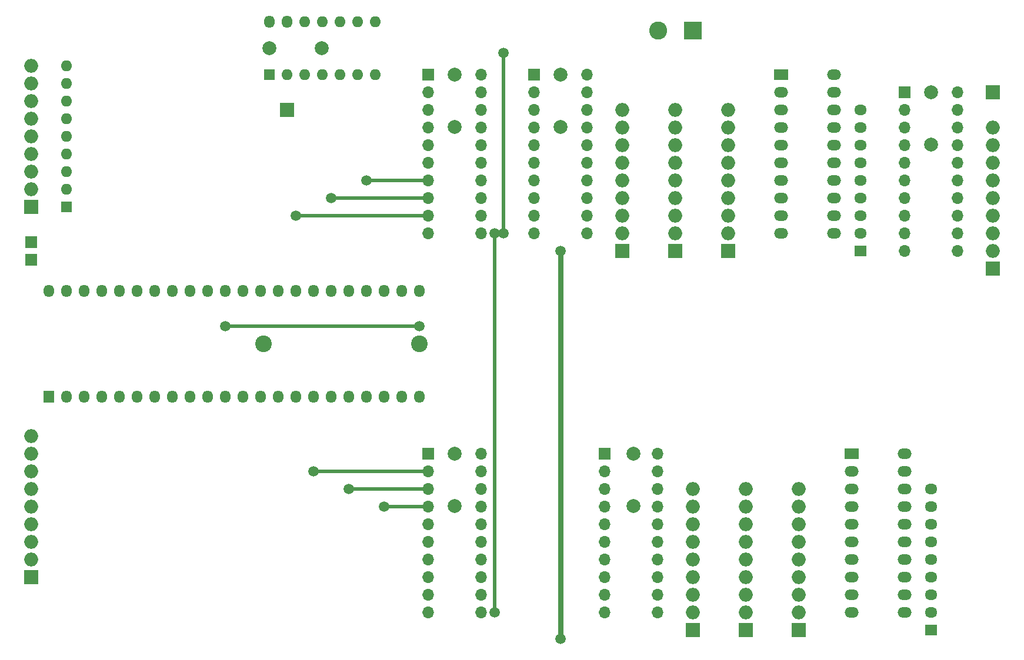
<source format=gbr>
%TF.GenerationSoftware,KiCad,Pcbnew,(5.1.8)-1*%
%TF.CreationDate,2024-08-14T23:24:58+03:00*%
%TF.ProjectId,ROM,524f4d2e-6b69-4636-9164-5f7063625858,rev?*%
%TF.SameCoordinates,Original*%
%TF.FileFunction,Copper,L1,Top*%
%TF.FilePolarity,Positive*%
%FSLAX46Y46*%
G04 Gerber Fmt 4.6, Leading zero omitted, Abs format (unit mm)*
G04 Created by KiCad (PCBNEW (5.1.8)-1) date 2024-08-14 23:24:58*
%MOMM*%
%LPD*%
G01*
G04 APERTURE LIST*
%TA.AperFunction,ComponentPad*%
%ADD10C,2.000000*%
%TD*%
%TA.AperFunction,ComponentPad*%
%ADD11C,2.400000*%
%TD*%
%TA.AperFunction,ComponentPad*%
%ADD12R,1.700000X1.700000*%
%TD*%
%TA.AperFunction,ComponentPad*%
%ADD13O,2.000000X2.000000*%
%TD*%
%TA.AperFunction,ComponentPad*%
%ADD14R,2.000000X2.000000*%
%TD*%
%TA.AperFunction,ComponentPad*%
%ADD15O,1.800000X1.500000*%
%TD*%
%TA.AperFunction,ComponentPad*%
%ADD16R,1.800000X1.500000*%
%TD*%
%TA.AperFunction,ComponentPad*%
%ADD17O,2.000000X1.500000*%
%TD*%
%TA.AperFunction,ComponentPad*%
%ADD18R,2.000000X1.500000*%
%TD*%
%TA.AperFunction,ComponentPad*%
%ADD19O,1.600000X1.600000*%
%TD*%
%TA.AperFunction,ComponentPad*%
%ADD20R,1.600000X1.600000*%
%TD*%
%TA.AperFunction,ComponentPad*%
%ADD21O,1.500000X1.800000*%
%TD*%
%TA.AperFunction,ComponentPad*%
%ADD22R,1.500000X1.800000*%
%TD*%
%TA.AperFunction,ComponentPad*%
%ADD23C,2.600000*%
%TD*%
%TA.AperFunction,ComponentPad*%
%ADD24R,2.600000X2.600000*%
%TD*%
%TA.AperFunction,ComponentPad*%
%ADD25O,1.700000X1.700000*%
%TD*%
%TA.AperFunction,ViaPad*%
%ADD26C,1.500000*%
%TD*%
%TA.AperFunction,Conductor*%
%ADD27C,0.800000*%
%TD*%
%TA.AperFunction,Conductor*%
%ADD28C,0.500000*%
%TD*%
G04 APERTURE END LIST*
D10*
%TO.P,C7,2*%
%TO.N,GND*%
X143510000Y-36710000D03*
%TO.P,C7,1*%
%TO.N,VCC*%
X143510000Y-29210000D03*
%TD*%
%TO.P,C6,2*%
%TO.N,GND*%
X55760000Y-22860000D03*
%TO.P,C6,1*%
%TO.N,VCC*%
X48260000Y-22860000D03*
%TD*%
%TO.P,C5,2*%
%TO.N,GND*%
X100647500Y-88780000D03*
%TO.P,C5,1*%
%TO.N,VCC*%
X100647500Y-81280000D03*
%TD*%
%TO.P,C4,2*%
%TO.N,GND*%
X90170000Y-34170000D03*
%TO.P,C4,1*%
%TO.N,VCC*%
X90170000Y-26670000D03*
%TD*%
%TO.P,C3,2*%
%TO.N,GND*%
X74930000Y-34170000D03*
%TO.P,C3,1*%
%TO.N,VCC*%
X74930000Y-26670000D03*
%TD*%
%TO.P,C2,2*%
%TO.N,GND*%
X74930000Y-88780000D03*
%TO.P,C2,1*%
%TO.N,VCC*%
X74930000Y-81280000D03*
%TD*%
D11*
%TO.P,C1,2*%
%TO.N,GND*%
X47350000Y-65405000D03*
%TO.P,C1,1*%
%TO.N,VCC*%
X69850000Y-65405000D03*
%TD*%
D12*
%TO.P,J14,1*%
%TO.N,GND*%
X13970000Y-50800000D03*
%TD*%
D13*
%TO.P,J13,9*%
%TO.N,/CNST7*%
X114300000Y-31750000D03*
%TO.P,J13,8*%
%TO.N,/CNST6*%
X114300000Y-34290000D03*
%TO.P,J13,7*%
%TO.N,/CNST5*%
X114300000Y-36830000D03*
%TO.P,J13,6*%
%TO.N,/CNST4*%
X114300000Y-39370000D03*
%TO.P,J13,5*%
%TO.N,/CNST3*%
X114300000Y-41910000D03*
%TO.P,J13,4*%
%TO.N,/CNST2*%
X114300000Y-44450000D03*
%TO.P,J13,3*%
%TO.N,/CNST1*%
X114300000Y-46990000D03*
%TO.P,J13,2*%
%TO.N,/CNST0*%
X114300000Y-49530000D03*
D14*
%TO.P,J13,1*%
%TO.N,GND*%
X114300000Y-52070000D03*
%TD*%
D15*
%TO.P,RN3,9*%
%TO.N,Net-(BAR2-Pad18)*%
X133350000Y-31750000D03*
%TO.P,RN3,8*%
%TO.N,Net-(BAR2-Pad17)*%
X133350000Y-34290000D03*
%TO.P,RN3,7*%
%TO.N,Net-(BAR2-Pad16)*%
X133350000Y-36830000D03*
%TO.P,RN3,6*%
%TO.N,Net-(BAR2-Pad15)*%
X133350000Y-39370000D03*
%TO.P,RN3,5*%
%TO.N,Net-(BAR2-Pad14)*%
X133350000Y-41910000D03*
%TO.P,RN3,4*%
%TO.N,Net-(BAR2-Pad13)*%
X133350000Y-44450000D03*
%TO.P,RN3,3*%
%TO.N,Net-(BAR2-Pad12)*%
X133350000Y-46990000D03*
%TO.P,RN3,2*%
%TO.N,Net-(BAR2-Pad11)*%
X133350000Y-49530000D03*
D16*
%TO.P,RN3,1*%
%TO.N,GND*%
X133350000Y-52070000D03*
%TD*%
D17*
%TO.P,BAR2,20*%
%TO.N,N/C*%
X129540000Y-26670000D03*
%TO.P,BAR2,19*%
X129540000Y-29210000D03*
%TO.P,BAR2,18*%
%TO.N,Net-(BAR2-Pad18)*%
X129540000Y-31750000D03*
%TO.P,BAR2,17*%
%TO.N,Net-(BAR2-Pad17)*%
X129540000Y-34290000D03*
%TO.P,BAR2,9*%
%TO.N,/CNST1*%
X121920000Y-46990000D03*
%TO.P,BAR2,10*%
%TO.N,/CNST0*%
X121920000Y-49530000D03*
%TO.P,BAR2,11*%
%TO.N,Net-(BAR2-Pad11)*%
X129540000Y-49530000D03*
%TO.P,BAR2,12*%
%TO.N,Net-(BAR2-Pad12)*%
X129540000Y-46990000D03*
%TO.P,BAR2,8*%
%TO.N,/CNST2*%
X121920000Y-44450000D03*
%TO.P,BAR2,7*%
%TO.N,/CNST3*%
X121920000Y-41910000D03*
%TO.P,BAR2,6*%
%TO.N,/CNST4*%
X121920000Y-39370000D03*
%TO.P,BAR2,5*%
%TO.N,/CNST5*%
X121920000Y-36830000D03*
%TO.P,BAR2,16*%
%TO.N,Net-(BAR2-Pad16)*%
X129540000Y-36830000D03*
%TO.P,BAR2,15*%
%TO.N,Net-(BAR2-Pad15)*%
X129540000Y-39370000D03*
%TO.P,BAR2,14*%
%TO.N,Net-(BAR2-Pad14)*%
X129540000Y-41910000D03*
%TO.P,BAR2,13*%
%TO.N,Net-(BAR2-Pad13)*%
X129540000Y-44450000D03*
%TO.P,BAR2,4*%
%TO.N,/CNST6*%
X121920000Y-34290000D03*
%TO.P,BAR2,3*%
%TO.N,/CNST7*%
X121920000Y-31750000D03*
%TO.P,BAR2,2*%
%TO.N,N/C*%
X121920000Y-29210000D03*
D18*
%TO.P,BAR2,1*%
X121920000Y-26670000D03*
%TD*%
D17*
%TO.P,BAR1,20*%
%TO.N,N/C*%
X139700000Y-81280000D03*
%TO.P,BAR1,19*%
X139700000Y-83820000D03*
%TO.P,BAR1,18*%
%TO.N,Net-(BAR1-Pad18)*%
X139700000Y-86360000D03*
%TO.P,BAR1,17*%
%TO.N,Net-(BAR1-Pad17)*%
X139700000Y-88900000D03*
%TO.P,BAR1,9*%
%TO.N,/COP1*%
X132080000Y-101600000D03*
%TO.P,BAR1,10*%
%TO.N,/COP0*%
X132080000Y-104140000D03*
%TO.P,BAR1,11*%
%TO.N,Net-(BAR1-Pad11)*%
X139700000Y-104140000D03*
%TO.P,BAR1,12*%
%TO.N,Net-(BAR1-Pad12)*%
X139700000Y-101600000D03*
%TO.P,BAR1,8*%
%TO.N,/COP2*%
X132080000Y-99060000D03*
%TO.P,BAR1,7*%
%TO.N,/COP3*%
X132080000Y-96520000D03*
%TO.P,BAR1,6*%
%TO.N,/COP4*%
X132080000Y-93980000D03*
%TO.P,BAR1,5*%
%TO.N,/COP5*%
X132080000Y-91440000D03*
%TO.P,BAR1,16*%
%TO.N,Net-(BAR1-Pad16)*%
X139700000Y-91440000D03*
%TO.P,BAR1,15*%
%TO.N,Net-(BAR1-Pad15)*%
X139700000Y-93980000D03*
%TO.P,BAR1,14*%
%TO.N,Net-(BAR1-Pad14)*%
X139700000Y-96520000D03*
%TO.P,BAR1,13*%
%TO.N,Net-(BAR1-Pad13)*%
X139700000Y-99060000D03*
%TO.P,BAR1,4*%
%TO.N,/COP6*%
X132080000Y-88900000D03*
%TO.P,BAR1,3*%
%TO.N,/COP7*%
X132080000Y-86360000D03*
%TO.P,BAR1,2*%
%TO.N,N/C*%
X132080000Y-83820000D03*
D18*
%TO.P,BAR1,1*%
X132080000Y-81280000D03*
%TD*%
D15*
%TO.P,RN2,9*%
%TO.N,Net-(BAR1-Pad18)*%
X143510000Y-86360000D03*
%TO.P,RN2,8*%
%TO.N,Net-(BAR1-Pad17)*%
X143510000Y-88900000D03*
%TO.P,RN2,7*%
%TO.N,Net-(BAR1-Pad16)*%
X143510000Y-91440000D03*
%TO.P,RN2,6*%
%TO.N,Net-(BAR1-Pad15)*%
X143510000Y-93980000D03*
%TO.P,RN2,5*%
%TO.N,Net-(BAR1-Pad14)*%
X143510000Y-96520000D03*
%TO.P,RN2,4*%
%TO.N,Net-(BAR1-Pad13)*%
X143510000Y-99060000D03*
%TO.P,RN2,3*%
%TO.N,Net-(BAR1-Pad12)*%
X143510000Y-101600000D03*
%TO.P,RN2,2*%
%TO.N,Net-(BAR1-Pad11)*%
X143510000Y-104140000D03*
D16*
%TO.P,RN2,1*%
%TO.N,GND*%
X143510000Y-106680000D03*
%TD*%
D19*
%TO.P,RN1,9*%
%TO.N,/A15*%
X19050000Y-25400000D03*
%TO.P,RN1,8*%
%TO.N,/A14*%
X19050000Y-27940000D03*
%TO.P,RN1,7*%
%TO.N,/A13*%
X19050000Y-30480000D03*
%TO.P,RN1,6*%
%TO.N,/A12*%
X19050000Y-33020000D03*
%TO.P,RN1,5*%
%TO.N,/A11*%
X19050000Y-35560000D03*
%TO.P,RN1,4*%
%TO.N,/A10*%
X19050000Y-38100000D03*
%TO.P,RN1,3*%
%TO.N,/A9*%
X19050000Y-40640000D03*
%TO.P,RN1,2*%
%TO.N,/A8*%
X19050000Y-43180000D03*
D20*
%TO.P,RN1,1*%
%TO.N,GND*%
X19050000Y-45720000D03*
%TD*%
D21*
%TO.P,U1,24*%
%TO.N,/D4*%
X67310000Y-57785000D03*
%TO.P,U1,23*%
%TO.N,VCC*%
X69850000Y-57785000D03*
%TO.P,U1,22*%
%TO.N,/D11*%
X69850000Y-73025000D03*
%TO.P,U1,21*%
%TO.N,/D3*%
X67310000Y-73025000D03*
%TO.P,U1,44*%
%TO.N,Net-(R1-Pad1)*%
X16510000Y-57785000D03*
%TO.P,U1,20*%
%TO.N,/D10*%
X64770000Y-73025000D03*
%TO.P,U1,43*%
%TO.N,Net-(R1-Pad1)*%
X19050000Y-57785000D03*
%TO.P,U1,19*%
%TO.N,/D2*%
X62230000Y-73025000D03*
%TO.P,U1,42*%
%TO.N,/A8*%
X21590000Y-57785000D03*
%TO.P,U1,18*%
%TO.N,/D9*%
X59690000Y-73025000D03*
%TO.P,U1,41*%
%TO.N,/A9*%
X24130000Y-57785000D03*
%TO.P,U1,17*%
%TO.N,/D1*%
X57150000Y-73025000D03*
%TO.P,U1,40*%
%TO.N,/A10*%
X26670000Y-57785000D03*
%TO.P,U1,16*%
%TO.N,/D8*%
X54610000Y-73025000D03*
%TO.P,U1,39*%
%TO.N,/A11*%
X29210000Y-57785000D03*
%TO.P,U1,15*%
%TO.N,/D0*%
X52070000Y-73025000D03*
%TO.P,U1,38*%
%TO.N,/A12*%
X31750000Y-57785000D03*
%TO.P,U1,14*%
%TO.N,/~RD*%
X49530000Y-73025000D03*
%TO.P,U1,37*%
%TO.N,/A13*%
X34290000Y-57785000D03*
%TO.P,U1,13*%
%TO.N,GND*%
X46990000Y-73025000D03*
%TO.P,U1,36*%
%TO.N,/A14*%
X36830000Y-57785000D03*
%TO.P,U1,12*%
%TO.N,/~CS*%
X44450000Y-73025000D03*
%TO.P,U1,35*%
%TO.N,/A15*%
X39370000Y-57785000D03*
%TO.P,U1,11*%
%TO.N,/A0*%
X41910000Y-73025000D03*
%TO.P,U1,34*%
%TO.N,GND*%
X41910000Y-57785000D03*
%TO.P,U1,10*%
%TO.N,/A1*%
X39370000Y-73025000D03*
%TO.P,U1,33*%
%TO.N,Net-(R2-Pad1)*%
X44450000Y-57785000D03*
%TO.P,U1,9*%
%TO.N,/A2*%
X36830000Y-73025000D03*
%TO.P,U1,32*%
%TO.N,GND*%
X46990000Y-57785000D03*
%TO.P,U1,8*%
%TO.N,/A3*%
X34290000Y-73025000D03*
%TO.P,U1,31*%
%TO.N,/D15*%
X49530000Y-57785000D03*
%TO.P,U1,7*%
%TO.N,/A4*%
X31750000Y-73025000D03*
%TO.P,U1,30*%
%TO.N,/D7*%
X52070000Y-57785000D03*
%TO.P,U1,6*%
%TO.N,/A5*%
X29210000Y-73025000D03*
%TO.P,U1,29*%
%TO.N,/D14*%
X54610000Y-57785000D03*
%TO.P,U1,5*%
%TO.N,/A6*%
X26670000Y-73025000D03*
%TO.P,U1,28*%
%TO.N,/D6*%
X57150000Y-57785000D03*
%TO.P,U1,4*%
%TO.N,/A7*%
X24130000Y-73025000D03*
%TO.P,U1,27*%
%TO.N,/D13*%
X59690000Y-57785000D03*
%TO.P,U1,3*%
%TO.N,Net-(U1-Pad3)*%
X21590000Y-73025000D03*
%TO.P,U1,26*%
%TO.N,/D5*%
X62230000Y-57785000D03*
%TO.P,U1,2*%
%TO.N,Net-(U1-Pad2)*%
X19050000Y-73025000D03*
%TO.P,U1,25*%
%TO.N,/D12*%
X64770000Y-57785000D03*
D22*
%TO.P,U1,1*%
%TO.N,Net-(U1-Pad1)*%
X16510000Y-73025000D03*
%TD*%
D13*
%TO.P,J12,9*%
%TO.N,/A15*%
X13970000Y-25400000D03*
%TO.P,J12,8*%
%TO.N,/A14*%
X13970000Y-27940000D03*
%TO.P,J12,7*%
%TO.N,/A13*%
X13970000Y-30480000D03*
%TO.P,J12,6*%
%TO.N,/A12*%
X13970000Y-33020000D03*
%TO.P,J12,5*%
%TO.N,/A11*%
X13970000Y-35560000D03*
%TO.P,J12,4*%
%TO.N,/A10*%
X13970000Y-38100000D03*
%TO.P,J12,3*%
%TO.N,/A9*%
X13970000Y-40640000D03*
%TO.P,J12,2*%
%TO.N,/A8*%
X13970000Y-43180000D03*
D14*
%TO.P,J12,1*%
%TO.N,GND*%
X13970000Y-45720000D03*
%TD*%
D13*
%TO.P,J3,9*%
%TO.N,/A7*%
X13970000Y-78740000D03*
%TO.P,J3,8*%
%TO.N,/A6*%
X13970000Y-81280000D03*
%TO.P,J3,7*%
%TO.N,/A5*%
X13970000Y-83820000D03*
%TO.P,J3,6*%
%TO.N,/A4*%
X13970000Y-86360000D03*
%TO.P,J3,5*%
%TO.N,/A3*%
X13970000Y-88900000D03*
%TO.P,J3,4*%
%TO.N,/A2*%
X13970000Y-91440000D03*
%TO.P,J3,3*%
%TO.N,/A1*%
X13970000Y-93980000D03*
%TO.P,J3,2*%
%TO.N,/A0*%
X13970000Y-96520000D03*
D14*
%TO.P,J3,1*%
%TO.N,GND*%
X13970000Y-99060000D03*
%TD*%
%TO.P,J11,1*%
%TO.N,/~LDI*%
X152400000Y-29210000D03*
%TD*%
%TO.P,J10,1*%
%TO.N,/C1*%
X50800000Y-31750000D03*
%TD*%
D12*
%TO.P,J9,1*%
%TO.N,/~CS*%
X13970000Y-53340000D03*
%TD*%
D13*
%TO.P,J8,9*%
%TO.N,/CNST7*%
X106680000Y-31750000D03*
%TO.P,J8,8*%
%TO.N,/CNST6*%
X106680000Y-34290000D03*
%TO.P,J8,7*%
%TO.N,/CNST5*%
X106680000Y-36830000D03*
%TO.P,J8,6*%
%TO.N,/CNST4*%
X106680000Y-39370000D03*
%TO.P,J8,5*%
%TO.N,/CNST3*%
X106680000Y-41910000D03*
%TO.P,J8,4*%
%TO.N,/CNST2*%
X106680000Y-44450000D03*
%TO.P,J8,3*%
%TO.N,/CNST1*%
X106680000Y-46990000D03*
%TO.P,J8,2*%
%TO.N,/CNST0*%
X106680000Y-49530000D03*
D14*
%TO.P,J8,1*%
%TO.N,GND*%
X106680000Y-52070000D03*
%TD*%
D13*
%TO.P,J7,9*%
%TO.N,/CNST7*%
X99060000Y-31750000D03*
%TO.P,J7,8*%
%TO.N,/CNST6*%
X99060000Y-34290000D03*
%TO.P,J7,7*%
%TO.N,/CNST5*%
X99060000Y-36830000D03*
%TO.P,J7,6*%
%TO.N,/CNST4*%
X99060000Y-39370000D03*
%TO.P,J7,5*%
%TO.N,/CNST3*%
X99060000Y-41910000D03*
%TO.P,J7,4*%
%TO.N,/CNST2*%
X99060000Y-44450000D03*
%TO.P,J7,3*%
%TO.N,/CNST1*%
X99060000Y-46990000D03*
%TO.P,J7,2*%
%TO.N,/CNST0*%
X99060000Y-49530000D03*
D14*
%TO.P,J7,1*%
%TO.N,GND*%
X99060000Y-52070000D03*
%TD*%
D13*
%TO.P,J6,9*%
%TO.N,/COP7*%
X124460000Y-86360000D03*
%TO.P,J6,8*%
%TO.N,/COP6*%
X124460000Y-88900000D03*
%TO.P,J6,7*%
%TO.N,/COP5*%
X124460000Y-91440000D03*
%TO.P,J6,6*%
%TO.N,/COP4*%
X124460000Y-93980000D03*
%TO.P,J6,5*%
%TO.N,/COP3*%
X124460000Y-96520000D03*
%TO.P,J6,4*%
%TO.N,/COP2*%
X124460000Y-99060000D03*
%TO.P,J6,3*%
%TO.N,/COP1*%
X124460000Y-101600000D03*
%TO.P,J6,2*%
%TO.N,/COP0*%
X124460000Y-104140000D03*
D14*
%TO.P,J6,1*%
%TO.N,GND*%
X124460000Y-106680000D03*
%TD*%
D13*
%TO.P,J5,9*%
%TO.N,/COP7*%
X116840000Y-86360000D03*
%TO.P,J5,8*%
%TO.N,/COP6*%
X116840000Y-88900000D03*
%TO.P,J5,7*%
%TO.N,/COP5*%
X116840000Y-91440000D03*
%TO.P,J5,6*%
%TO.N,/COP4*%
X116840000Y-93980000D03*
%TO.P,J5,5*%
%TO.N,/COP3*%
X116840000Y-96520000D03*
%TO.P,J5,4*%
%TO.N,/COP2*%
X116840000Y-99060000D03*
%TO.P,J5,3*%
%TO.N,/COP1*%
X116840000Y-101600000D03*
%TO.P,J5,2*%
%TO.N,/COP0*%
X116840000Y-104140000D03*
D14*
%TO.P,J5,1*%
%TO.N,GND*%
X116840000Y-106680000D03*
%TD*%
D23*
%TO.P,J4,2*%
%TO.N,GND*%
X104220000Y-20320000D03*
D24*
%TO.P,J4,1*%
%TO.N,Net-(J4-Pad1)*%
X109220000Y-20320000D03*
%TD*%
D13*
%TO.P,J2,9*%
%TO.N,/BUS7*%
X152400000Y-34290000D03*
%TO.P,J2,8*%
%TO.N,/BUS6*%
X152400000Y-36830000D03*
%TO.P,J2,7*%
%TO.N,/BUS5*%
X152400000Y-39370000D03*
%TO.P,J2,6*%
%TO.N,/BUS4*%
X152400000Y-41910000D03*
%TO.P,J2,5*%
%TO.N,/BUS3*%
X152400000Y-44450000D03*
%TO.P,J2,4*%
%TO.N,/BUS2*%
X152400000Y-46990000D03*
%TO.P,J2,3*%
%TO.N,/BUS1*%
X152400000Y-49530000D03*
%TO.P,J2,2*%
%TO.N,/BUS0*%
X152400000Y-52070000D03*
D14*
%TO.P,J2,1*%
%TO.N,GND*%
X152400000Y-54610000D03*
%TD*%
D13*
%TO.P,J1,9*%
%TO.N,/COP7*%
X109220000Y-86360000D03*
%TO.P,J1,8*%
%TO.N,/COP6*%
X109220000Y-88900000D03*
%TO.P,J1,7*%
%TO.N,/COP5*%
X109220000Y-91440000D03*
%TO.P,J1,6*%
%TO.N,/COP4*%
X109220000Y-93980000D03*
%TO.P,J1,5*%
%TO.N,/COP3*%
X109220000Y-96520000D03*
%TO.P,J1,4*%
%TO.N,/COP2*%
X109220000Y-99060000D03*
%TO.P,J1,3*%
%TO.N,/COP1*%
X109220000Y-101600000D03*
%TO.P,J1,2*%
%TO.N,/COP0*%
X109220000Y-104140000D03*
D14*
%TO.P,J1,1*%
%TO.N,GND*%
X109220000Y-106680000D03*
%TD*%
D25*
%TO.P,U7,20*%
%TO.N,VCC*%
X104140000Y-81280000D03*
%TO.P,U7,10*%
%TO.N,GND*%
X96520000Y-104140000D03*
%TO.P,U7,19*%
X104140000Y-83820000D03*
%TO.P,U7,9*%
%TO.N,Net-(U2-Pad12)*%
X96520000Y-101600000D03*
%TO.P,U7,18*%
%TO.N,/COP7*%
X104140000Y-86360000D03*
%TO.P,U7,8*%
%TO.N,Net-(U2-Pad13)*%
X96520000Y-99060000D03*
%TO.P,U7,17*%
%TO.N,/COP6*%
X104140000Y-88900000D03*
%TO.P,U7,7*%
%TO.N,Net-(U2-Pad14)*%
X96520000Y-96520000D03*
%TO.P,U7,16*%
%TO.N,/COP5*%
X104140000Y-91440000D03*
%TO.P,U7,6*%
%TO.N,Net-(U2-Pad15)*%
X96520000Y-93980000D03*
%TO.P,U7,15*%
%TO.N,/COP4*%
X104140000Y-93980000D03*
%TO.P,U7,5*%
%TO.N,Net-(U2-Pad16)*%
X96520000Y-91440000D03*
%TO.P,U7,14*%
%TO.N,/COP3*%
X104140000Y-96520000D03*
%TO.P,U7,4*%
%TO.N,Net-(U2-Pad17)*%
X96520000Y-88900000D03*
%TO.P,U7,13*%
%TO.N,/COP2*%
X104140000Y-99060000D03*
%TO.P,U7,3*%
%TO.N,Net-(U2-Pad18)*%
X96520000Y-86360000D03*
%TO.P,U7,12*%
%TO.N,/COP1*%
X104140000Y-101600000D03*
%TO.P,U7,2*%
%TO.N,Net-(U2-Pad19)*%
X96520000Y-83820000D03*
%TO.P,U7,11*%
%TO.N,/COP0*%
X104140000Y-104140000D03*
D12*
%TO.P,U7,1*%
%TO.N,Net-(R3-Pad1)*%
X96520000Y-81280000D03*
%TD*%
D21*
%TO.P,U6,14*%
%TO.N,VCC*%
X48260000Y-19050000D03*
D19*
%TO.P,U6,7*%
%TO.N,GND*%
X63500000Y-26670000D03*
D21*
%TO.P,U6,13*%
X50800000Y-19050000D03*
D19*
%TO.P,U6,6*%
%TO.N,/~RD*%
X60960000Y-26670000D03*
%TO.P,U6,12*%
%TO.N,GND*%
X53340000Y-19050000D03*
%TO.P,U6,5*%
%TO.N,/LT*%
X58420000Y-26670000D03*
%TO.P,U6,11*%
%TO.N,Net-(U6-Pad11)*%
X55880000Y-19050000D03*
%TO.P,U6,4*%
%TO.N,/LT*%
X55880000Y-26670000D03*
%TO.P,U6,10*%
%TO.N,GND*%
X58420000Y-19050000D03*
%TO.P,U6,3*%
%TO.N,/LT*%
X53340000Y-26670000D03*
%TO.P,U6,9*%
%TO.N,GND*%
X60960000Y-19050000D03*
%TO.P,U6,2*%
%TO.N,/C1*%
X50800000Y-26670000D03*
%TO.P,U6,8*%
%TO.N,Net-(U6-Pad8)*%
X63500000Y-19050000D03*
D20*
%TO.P,U6,1*%
%TO.N,/C1*%
X48260000Y-26670000D03*
%TD*%
D25*
%TO.P,U5,20*%
%TO.N,VCC*%
X147320000Y-29210000D03*
%TO.P,U5,10*%
%TO.N,GND*%
X139700000Y-52070000D03*
%TO.P,U5,19*%
%TO.N,/~LDI*%
X147320000Y-31750000D03*
%TO.P,U5,9*%
%TO.N,/CNST0*%
X139700000Y-49530000D03*
%TO.P,U5,18*%
%TO.N,/BUS7*%
X147320000Y-34290000D03*
%TO.P,U5,8*%
%TO.N,/CNST1*%
X139700000Y-46990000D03*
%TO.P,U5,17*%
%TO.N,/BUS6*%
X147320000Y-36830000D03*
%TO.P,U5,7*%
%TO.N,/CNST2*%
X139700000Y-44450000D03*
%TO.P,U5,16*%
%TO.N,/BUS5*%
X147320000Y-39370000D03*
%TO.P,U5,6*%
%TO.N,/CNST3*%
X139700000Y-41910000D03*
%TO.P,U5,15*%
%TO.N,/BUS4*%
X147320000Y-41910000D03*
%TO.P,U5,5*%
%TO.N,/CNST4*%
X139700000Y-39370000D03*
%TO.P,U5,14*%
%TO.N,/BUS3*%
X147320000Y-44450000D03*
%TO.P,U5,4*%
%TO.N,/CNST5*%
X139700000Y-36830000D03*
%TO.P,U5,13*%
%TO.N,/BUS2*%
X147320000Y-46990000D03*
%TO.P,U5,3*%
%TO.N,/CNST6*%
X139700000Y-34290000D03*
%TO.P,U5,12*%
%TO.N,/BUS1*%
X147320000Y-49530000D03*
%TO.P,U5,2*%
%TO.N,/CNST7*%
X139700000Y-31750000D03*
%TO.P,U5,11*%
%TO.N,/BUS0*%
X147320000Y-52070000D03*
D12*
%TO.P,U5,1*%
%TO.N,Net-(R5-Pad1)*%
X139700000Y-29210000D03*
%TD*%
D25*
%TO.P,U4,20*%
%TO.N,VCC*%
X93980000Y-26670000D03*
%TO.P,U4,10*%
%TO.N,GND*%
X86360000Y-49530000D03*
%TO.P,U4,19*%
X93980000Y-29210000D03*
%TO.P,U4,9*%
%TO.N,Net-(U3-Pad12)*%
X86360000Y-46990000D03*
%TO.P,U4,18*%
%TO.N,/CNST7*%
X93980000Y-31750000D03*
%TO.P,U4,8*%
%TO.N,Net-(U3-Pad13)*%
X86360000Y-44450000D03*
%TO.P,U4,17*%
%TO.N,/CNST6*%
X93980000Y-34290000D03*
%TO.P,U4,7*%
%TO.N,Net-(U3-Pad14)*%
X86360000Y-41910000D03*
%TO.P,U4,16*%
%TO.N,/CNST5*%
X93980000Y-36830000D03*
%TO.P,U4,6*%
%TO.N,Net-(U3-Pad15)*%
X86360000Y-39370000D03*
%TO.P,U4,15*%
%TO.N,/CNST4*%
X93980000Y-39370000D03*
%TO.P,U4,5*%
%TO.N,Net-(U3-Pad16)*%
X86360000Y-36830000D03*
%TO.P,U4,14*%
%TO.N,/CNST3*%
X93980000Y-41910000D03*
%TO.P,U4,4*%
%TO.N,Net-(U3-Pad17)*%
X86360000Y-34290000D03*
%TO.P,U4,13*%
%TO.N,/CNST2*%
X93980000Y-44450000D03*
%TO.P,U4,3*%
%TO.N,Net-(U3-Pad18)*%
X86360000Y-31750000D03*
%TO.P,U4,12*%
%TO.N,/CNST1*%
X93980000Y-46990000D03*
%TO.P,U4,2*%
%TO.N,Net-(U3-Pad19)*%
X86360000Y-29210000D03*
%TO.P,U4,11*%
%TO.N,/CNST0*%
X93980000Y-49530000D03*
D12*
%TO.P,U4,1*%
%TO.N,Net-(R4-Pad1)*%
X86360000Y-26670000D03*
%TD*%
D25*
%TO.P,U3,20*%
%TO.N,VCC*%
X78740000Y-26670000D03*
%TO.P,U3,10*%
%TO.N,GND*%
X71120000Y-49530000D03*
%TO.P,U3,19*%
%TO.N,Net-(U3-Pad19)*%
X78740000Y-29210000D03*
%TO.P,U3,9*%
%TO.N,/D8*%
X71120000Y-46990000D03*
%TO.P,U3,18*%
%TO.N,Net-(U3-Pad18)*%
X78740000Y-31750000D03*
%TO.P,U3,8*%
%TO.N,/D9*%
X71120000Y-44450000D03*
%TO.P,U3,17*%
%TO.N,Net-(U3-Pad17)*%
X78740000Y-34290000D03*
%TO.P,U3,7*%
%TO.N,/D10*%
X71120000Y-41910000D03*
%TO.P,U3,16*%
%TO.N,Net-(U3-Pad16)*%
X78740000Y-36830000D03*
%TO.P,U3,6*%
%TO.N,/D11*%
X71120000Y-39370000D03*
%TO.P,U3,15*%
%TO.N,Net-(U3-Pad15)*%
X78740000Y-39370000D03*
%TO.P,U3,5*%
%TO.N,/D12*%
X71120000Y-36830000D03*
%TO.P,U3,14*%
%TO.N,Net-(U3-Pad14)*%
X78740000Y-41910000D03*
%TO.P,U3,4*%
%TO.N,/D13*%
X71120000Y-34290000D03*
%TO.P,U3,13*%
%TO.N,Net-(U3-Pad13)*%
X78740000Y-44450000D03*
%TO.P,U3,3*%
%TO.N,/D14*%
X71120000Y-31750000D03*
%TO.P,U3,12*%
%TO.N,Net-(U3-Pad12)*%
X78740000Y-46990000D03*
%TO.P,U3,2*%
%TO.N,/D15*%
X71120000Y-29210000D03*
%TO.P,U3,11*%
%TO.N,/LT*%
X78740000Y-49530000D03*
D12*
%TO.P,U3,1*%
%TO.N,GND*%
X71120000Y-26670000D03*
%TD*%
D25*
%TO.P,U2,20*%
%TO.N,VCC*%
X78740000Y-81280000D03*
%TO.P,U2,10*%
%TO.N,GND*%
X71120000Y-104140000D03*
%TO.P,U2,19*%
%TO.N,Net-(U2-Pad19)*%
X78740000Y-83820000D03*
%TO.P,U2,9*%
%TO.N,/D0*%
X71120000Y-101600000D03*
%TO.P,U2,18*%
%TO.N,Net-(U2-Pad18)*%
X78740000Y-86360000D03*
%TO.P,U2,8*%
%TO.N,/D1*%
X71120000Y-99060000D03*
%TO.P,U2,17*%
%TO.N,Net-(U2-Pad17)*%
X78740000Y-88900000D03*
%TO.P,U2,7*%
%TO.N,/D2*%
X71120000Y-96520000D03*
%TO.P,U2,16*%
%TO.N,Net-(U2-Pad16)*%
X78740000Y-91440000D03*
%TO.P,U2,6*%
%TO.N,/D3*%
X71120000Y-93980000D03*
%TO.P,U2,15*%
%TO.N,Net-(U2-Pad15)*%
X78740000Y-93980000D03*
%TO.P,U2,5*%
%TO.N,/D4*%
X71120000Y-91440000D03*
%TO.P,U2,14*%
%TO.N,Net-(U2-Pad14)*%
X78740000Y-96520000D03*
%TO.P,U2,4*%
%TO.N,/D5*%
X71120000Y-88900000D03*
%TO.P,U2,13*%
%TO.N,Net-(U2-Pad13)*%
X78740000Y-99060000D03*
%TO.P,U2,3*%
%TO.N,/D6*%
X71120000Y-86360000D03*
%TO.P,U2,12*%
%TO.N,Net-(U2-Pad12)*%
X78740000Y-101600000D03*
%TO.P,U2,2*%
%TO.N,/D7*%
X71120000Y-83820000D03*
%TO.P,U2,11*%
%TO.N,/LT*%
X78740000Y-104140000D03*
D12*
%TO.P,U2,1*%
%TO.N,GND*%
X71120000Y-81280000D03*
%TD*%
D26*
%TO.N,GND*%
X90170000Y-52070000D03*
X90170000Y-107950000D03*
%TO.N,/D7*%
X54610000Y-83820000D03*
%TO.N,/D6*%
X59690000Y-86360000D03*
%TO.N,/D5*%
X64770000Y-88900000D03*
%TO.N,VCC*%
X41910000Y-62865000D03*
X69850000Y-62865000D03*
%TO.N,/D10*%
X62230000Y-41910000D03*
%TO.N,/D9*%
X57150000Y-44450000D03*
%TO.N,/D8*%
X52070000Y-46990000D03*
%TO.N,/LT*%
X80645000Y-104140000D03*
X80645000Y-49530000D03*
X81915000Y-23495000D03*
X81915000Y-49530000D03*
%TD*%
D27*
%TO.N,GND*%
X90170000Y-52070000D02*
X90170000Y-107950000D01*
X90170000Y-107950000D02*
X90170000Y-107950000D01*
D28*
%TO.N,/D7*%
X54610000Y-83820000D02*
X71120000Y-83820000D01*
%TO.N,/D6*%
X59690000Y-86360000D02*
X71120000Y-86360000D01*
%TO.N,/D5*%
X64770000Y-88900000D02*
X71120000Y-88900000D01*
%TO.N,VCC*%
X41910000Y-62865000D02*
X69850000Y-62865000D01*
%TO.N,/D10*%
X62230000Y-41910000D02*
X71120000Y-41910000D01*
%TO.N,/D9*%
X57150000Y-44450000D02*
X71120000Y-44450000D01*
%TO.N,/D8*%
X52070000Y-46990000D02*
X71120000Y-46990000D01*
%TO.N,/LT*%
X80645000Y-104140000D02*
X80645000Y-49530000D01*
X80645000Y-49530000D02*
X80645000Y-49530000D01*
X81915000Y-23495000D02*
X81915000Y-49530000D01*
X81915000Y-49530000D02*
X81915000Y-49530000D01*
%TD*%
M02*

</source>
